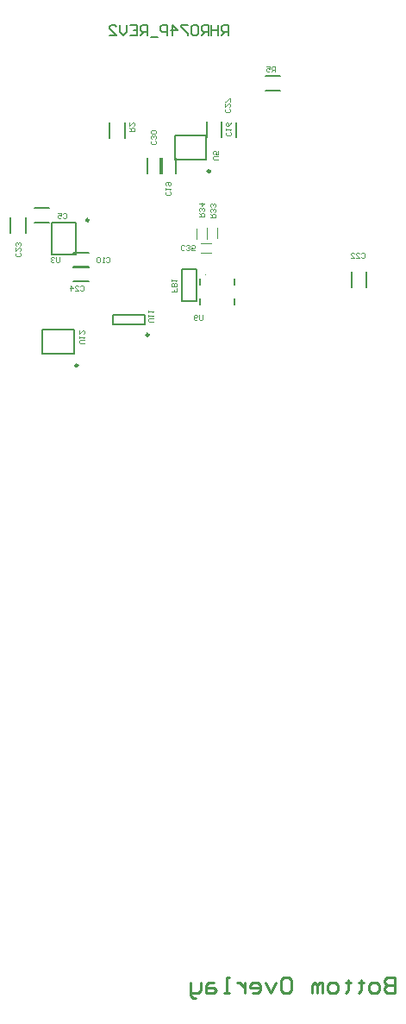
<source format=gbo>
G04*
G04 #@! TF.GenerationSoftware,Altium Limited,Altium Designer,19.0.10 (269)*
G04*
G04 Layer_Color=32896*
%FSLAX25Y25*%
%MOIN*%
G70*
G01*
G75*
%ADD10C,0.00984*%
%ADD11C,0.00787*%
%ADD13C,0.00394*%
%ADD14C,0.01000*%
%ADD15C,0.00300*%
%ADD73C,0.00500*%
D10*
X14303Y998D02*
G03*
X14303Y998I-492J0D01*
G01*
X-32654Y-17913D02*
G03*
X-32654Y-17913I-492J0D01*
G01*
X-9475Y-62194D02*
G03*
X-9475Y-62194I-492J0D01*
G01*
X-36884Y-74035D02*
G03*
X-36884Y-74035I-492J0D01*
G01*
D11*
X68946Y-43853D02*
Y-37947D01*
X74654Y-43853D02*
Y-37947D01*
X35547Y32098D02*
X41453D01*
X35547Y37807D02*
X41453D01*
X-24500Y13800D02*
Y19705D01*
X-18791Y13800D02*
Y19705D01*
X10391Y-42760D02*
Y-40398D01*
Y-50634D02*
Y-48272D01*
X23777Y-50634D02*
Y-48272D01*
Y-42760D02*
Y-40398D01*
X622Y5624D02*
Y14679D01*
X12827Y5624D02*
Y14679D01*
X622D02*
X12827D01*
X622Y5624D02*
X12827D01*
X-37772Y-31102D02*
Y-18898D01*
X-46828Y-31102D02*
Y-18898D01*
X-37772D01*
X-46828Y-31102D02*
X-37772D01*
X-23255Y-54419D02*
X-11050D01*
X-23255Y-58356D02*
X-11050D01*
X-23255D02*
Y-54419D01*
X-11050Y-58356D02*
Y-54419D01*
X-50565Y-69409D02*
X-38361D01*
X-50565Y-60354D02*
X-38361D01*
Y-69409D02*
Y-60354D01*
X-50565Y-69409D02*
Y-60354D01*
X-53754Y-18857D02*
X-47849D01*
X-53754Y-13149D02*
X-47849D01*
X-38554Y-30649D02*
X-32649D01*
X-38554Y-36358D02*
X-32649D01*
X18579Y14098D02*
Y20004D01*
X12870Y14098D02*
Y20004D01*
X879Y98D02*
Y6004D01*
X-4830Y98D02*
Y6004D01*
X-57147Y-22756D02*
Y-16850D01*
X-62856Y-22756D02*
Y-16850D01*
X-38554Y-35949D02*
X-32649D01*
X-38554Y-41658D02*
X-32649D01*
X24254Y14047D02*
Y19953D01*
X18546Y14047D02*
Y19953D01*
X-4321Y98D02*
Y6004D01*
X-10030Y98D02*
Y6004D01*
X21400Y53500D02*
Y57436D01*
X19432D01*
X18776Y56780D01*
Y55468D01*
X19432Y54812D01*
X21400D01*
X20088D02*
X18776Y53500D01*
X17464Y57436D02*
Y53500D01*
Y55468D01*
X14840D01*
Y57436D01*
Y53500D01*
X13529D02*
Y57436D01*
X11561D01*
X10905Y56780D01*
Y55468D01*
X11561Y54812D01*
X13529D01*
X12217D02*
X10905Y53500D01*
X9593Y56780D02*
X8937Y57436D01*
X7625D01*
X6969Y56780D01*
Y54156D01*
X7625Y53500D01*
X8937D01*
X9593Y54156D01*
Y56780D01*
X5657Y57436D02*
X3033D01*
Y56780D01*
X5657Y54156D01*
Y53500D01*
X-247D02*
Y57436D01*
X1721Y55468D01*
X-903D01*
X-2214Y53500D02*
Y57436D01*
X-4182D01*
X-4838Y56780D01*
Y55468D01*
X-4182Y54812D01*
X-2214D01*
X-6150Y52844D02*
X-8774D01*
X-10086Y53500D02*
Y57436D01*
X-12054D01*
X-12710Y56780D01*
Y55468D01*
X-12054Y54812D01*
X-10086D01*
X-11398D02*
X-12710Y53500D01*
X-16646Y57436D02*
X-14022D01*
Y53500D01*
X-16646D01*
X-14022Y55468D02*
X-15334D01*
X-17957Y57436D02*
Y54812D01*
X-19269Y53500D01*
X-20581Y54812D01*
Y57436D01*
X-24517Y53500D02*
X-21893D01*
X-24517Y56124D01*
Y56780D01*
X-23861Y57436D01*
X-22549D01*
X-21893Y56780D01*
D13*
X12360Y-39020D02*
G03*
X12360Y-39020I-197J0D01*
G01*
X17100Y-25000D02*
Y-21000D01*
X13100Y-25000D02*
Y-21000D01*
X10813Y-30684D02*
X14750D01*
X10813Y-26747D02*
X14750D01*
X12920Y-25100D02*
Y-21100D01*
X8920Y-25100D02*
Y-21100D01*
D14*
X85700Y-310602D02*
Y-316600D01*
X82701D01*
X81701Y-315600D01*
Y-314601D01*
X82701Y-313601D01*
X85700D01*
X82701D01*
X81701Y-312601D01*
Y-311602D01*
X82701Y-310602D01*
X85700D01*
X78702Y-316600D02*
X76703D01*
X75703Y-315600D01*
Y-313601D01*
X76703Y-312601D01*
X78702D01*
X79702Y-313601D01*
Y-315600D01*
X78702Y-316600D01*
X72704Y-311602D02*
Y-312601D01*
X73704D01*
X71705D01*
X72704D01*
Y-315600D01*
X71705Y-316600D01*
X67706Y-311602D02*
Y-312601D01*
X68705D01*
X66706D01*
X67706D01*
Y-315600D01*
X66706Y-316600D01*
X62707D02*
X60708D01*
X59708Y-315600D01*
Y-313601D01*
X60708Y-312601D01*
X62707D01*
X63707Y-313601D01*
Y-315600D01*
X62707Y-316600D01*
X57709D02*
Y-312601D01*
X56709D01*
X55710Y-313601D01*
Y-316600D01*
Y-313601D01*
X54710Y-312601D01*
X53710Y-313601D01*
Y-316600D01*
X42714Y-310602D02*
X44713D01*
X45713Y-311602D01*
Y-315600D01*
X44713Y-316600D01*
X42714D01*
X41714Y-315600D01*
Y-311602D01*
X42714Y-310602D01*
X39715Y-312601D02*
X37716Y-316600D01*
X35716Y-312601D01*
X30718Y-316600D02*
X32717D01*
X33717Y-315600D01*
Y-313601D01*
X32717Y-312601D01*
X30718D01*
X29718Y-313601D01*
Y-314601D01*
X33717D01*
X27719Y-312601D02*
Y-316600D01*
Y-314601D01*
X26719Y-313601D01*
X25719Y-312601D01*
X24720D01*
X21721Y-316600D02*
X19721D01*
X20721D01*
Y-310602D01*
X21721D01*
X15723Y-312601D02*
X13723D01*
X12724Y-313601D01*
Y-316600D01*
X15723D01*
X16722Y-315600D01*
X15723Y-314601D01*
X12724D01*
X10724Y-312601D02*
Y-315600D01*
X9725Y-316600D01*
X6725D01*
Y-317600D01*
X7725Y-318599D01*
X8725D01*
X6725Y-316600D02*
Y-312601D01*
D15*
X72713Y-30806D02*
X73046Y-30473D01*
X73713D01*
X74046Y-30806D01*
Y-32139D01*
X73713Y-32472D01*
X73046D01*
X72713Y-32139D01*
X70714Y-32472D02*
X72047D01*
X70714Y-31139D01*
Y-30806D01*
X71047Y-30473D01*
X71714D01*
X72047Y-30806D01*
X68715Y-32472D02*
X70047D01*
X68715Y-31139D01*
Y-30806D01*
X69048Y-30473D01*
X69714D01*
X70047Y-30806D01*
X14184Y-17000D02*
X16184D01*
Y-16000D01*
X15850Y-15667D01*
X15184D01*
X14851Y-16000D01*
Y-17000D01*
Y-16333D02*
X14184Y-15667D01*
X15850Y-15001D02*
X16184Y-14667D01*
Y-14001D01*
X15850Y-13668D01*
X15517D01*
X15184Y-14001D01*
Y-14334D01*
Y-14001D01*
X14851Y-13668D01*
X14517D01*
X14184Y-14001D01*
Y-14667D01*
X14517Y-15001D01*
X15850Y-13001D02*
X16184Y-12668D01*
Y-12002D01*
X15850Y-11668D01*
X15517D01*
X15184Y-12002D01*
Y-12335D01*
Y-12002D01*
X14851Y-11668D01*
X14517D01*
X14184Y-12002D01*
Y-12668D01*
X14517Y-13001D01*
X39400Y39600D02*
Y41599D01*
X38400D01*
X38067Y41266D01*
Y40600D01*
X38400Y40266D01*
X39400D01*
X38734D02*
X38067Y39600D01*
X36068Y41599D02*
X37401D01*
Y40600D01*
X36734Y40933D01*
X36401D01*
X36068Y40600D01*
Y39933D01*
X36401Y39600D01*
X37067D01*
X37401Y39933D01*
X17375Y5406D02*
X15709D01*
X15376Y5739D01*
Y6405D01*
X15709Y6738D01*
X17375D01*
Y8738D02*
Y7405D01*
X16376D01*
X16709Y8071D01*
Y8405D01*
X16376Y8738D01*
X15709D01*
X15376Y8405D01*
Y7738D01*
X15709Y7405D01*
X-6909Y12884D02*
X-6576Y12551D01*
Y11884D01*
X-6909Y11551D01*
X-8242D01*
X-8575Y11884D01*
Y12551D01*
X-8242Y12884D01*
X-6909Y13551D02*
X-6576Y13884D01*
Y14550D01*
X-6909Y14883D01*
X-7242D01*
X-7576Y14550D01*
Y14217D01*
Y14550D01*
X-7909Y14883D01*
X-8242D01*
X-8575Y14550D01*
Y13884D01*
X-8242Y13551D01*
X-6909Y15550D02*
X-6576Y15883D01*
Y16550D01*
X-6909Y16883D01*
X-8242D01*
X-8575Y16550D01*
Y15883D01*
X-8242Y15550D01*
X-6909D01*
X21816Y25283D02*
X22149Y24950D01*
Y24283D01*
X21816Y23950D01*
X20483D01*
X20150Y24283D01*
Y24950D01*
X20483Y25283D01*
X20150Y27282D02*
Y25949D01*
X21483Y27282D01*
X21816D01*
X22149Y26949D01*
Y26283D01*
X21816Y25949D01*
X22149Y27949D02*
Y29282D01*
X21816D01*
X20483Y27949D01*
X20150D01*
X-36133Y-43534D02*
X-35800Y-43201D01*
X-35133D01*
X-34800Y-43534D01*
Y-44867D01*
X-35133Y-45200D01*
X-35800D01*
X-36133Y-44867D01*
X-38132Y-45200D02*
X-36799D01*
X-38132Y-43867D01*
Y-43534D01*
X-37799Y-43201D01*
X-37133D01*
X-36799Y-43534D01*
X-39798Y-45200D02*
Y-43201D01*
X-38799Y-44200D01*
X-40132D01*
X-59334Y-30567D02*
X-59001Y-30900D01*
Y-31567D01*
X-59334Y-31900D01*
X-60667D01*
X-61000Y-31567D01*
Y-30900D01*
X-60667Y-30567D01*
X-61000Y-28568D02*
Y-29901D01*
X-59667Y-28568D01*
X-59334D01*
X-59001Y-28901D01*
Y-29567D01*
X-59334Y-29901D01*
Y-27901D02*
X-59001Y-27568D01*
Y-26902D01*
X-59334Y-26568D01*
X-59667D01*
X-60000Y-26902D01*
Y-27235D01*
Y-26902D01*
X-60334Y-26568D01*
X-60667D01*
X-61000Y-26902D01*
Y-27568D01*
X-60667Y-27901D01*
X-1209Y-6716D02*
X-876Y-7049D01*
Y-7716D01*
X-1209Y-8049D01*
X-2542D01*
X-2875Y-7716D01*
Y-7049D01*
X-2542Y-6716D01*
X-2875Y-6050D02*
Y-5383D01*
Y-5716D01*
X-876D01*
X-1209Y-6050D01*
X-2542Y-4383D02*
X-2875Y-4050D01*
Y-3384D01*
X-2542Y-3050D01*
X-1209D01*
X-876Y-3384D01*
Y-4050D01*
X-1209Y-4383D01*
X-1542D01*
X-1876Y-4050D01*
Y-3050D01*
X22134Y16084D02*
X22467Y15751D01*
Y15084D01*
X22134Y14751D01*
X20801D01*
X20468Y15084D01*
Y15751D01*
X20801Y16084D01*
X20468Y16750D02*
Y17417D01*
Y17084D01*
X22467D01*
X22134Y16750D01*
X22467Y19750D02*
X22134Y19083D01*
X21467Y18417D01*
X20801D01*
X20468Y18750D01*
Y19416D01*
X20801Y19750D01*
X21134D01*
X21467Y19416D01*
Y18417D01*
X-25833Y-32434D02*
X-25500Y-32101D01*
X-24833D01*
X-24500Y-32434D01*
Y-33767D01*
X-24833Y-34100D01*
X-25500D01*
X-25833Y-33767D01*
X-26499Y-34100D02*
X-27166D01*
X-26833D01*
Y-32101D01*
X-26499Y-32434D01*
X-28166D02*
X-28499Y-32101D01*
X-29165D01*
X-29498Y-32434D01*
Y-33767D01*
X-29165Y-34100D01*
X-28499D01*
X-28166Y-33767D01*
Y-32434D01*
X-42733Y-15434D02*
X-42400Y-15101D01*
X-41733D01*
X-41400Y-15434D01*
Y-16767D01*
X-41733Y-17100D01*
X-42400D01*
X-42733Y-16767D01*
X-44732Y-15101D02*
X-43399D01*
Y-16100D01*
X-44066Y-15767D01*
X-44399D01*
X-44732Y-16100D01*
Y-16767D01*
X-44399Y-17100D01*
X-43733D01*
X-43399Y-16767D01*
X-34201Y-65400D02*
X-35867D01*
X-36200Y-65067D01*
Y-64400D01*
X-35867Y-64067D01*
X-34201D01*
X-36200Y-63401D02*
Y-62734D01*
Y-63067D01*
X-34201D01*
X-34534Y-63401D01*
X-36200Y-60402D02*
Y-61734D01*
X-34867Y-60402D01*
X-34534D01*
X-34201Y-60735D01*
Y-61401D01*
X-34534Y-61734D01*
X-7601Y-57200D02*
X-9267D01*
X-9600Y-56867D01*
Y-56200D01*
X-9267Y-55867D01*
X-7601D01*
X-9600Y-55201D02*
Y-54534D01*
Y-54867D01*
X-7601D01*
X-7934Y-55201D01*
X-9600Y-53535D02*
Y-52868D01*
Y-53201D01*
X-7601D01*
X-7934Y-53535D01*
X11384Y-54443D02*
Y-56109D01*
X11051Y-56442D01*
X10385D01*
X10051Y-56109D01*
Y-54443D01*
X9385Y-56109D02*
X9052Y-56442D01*
X8385D01*
X8052Y-56109D01*
Y-54776D01*
X8385Y-54443D01*
X9052D01*
X9385Y-54776D01*
Y-55110D01*
X9052Y-55443D01*
X8052D01*
X-44100Y-32301D02*
Y-33967D01*
X-44433Y-34300D01*
X-45100D01*
X-45433Y-33967D01*
Y-32301D01*
X-46099Y-32634D02*
X-46433Y-32301D01*
X-47099D01*
X-47432Y-32634D01*
Y-32967D01*
X-47099Y-33300D01*
X-46766D01*
X-47099D01*
X-47432Y-33634D01*
Y-33967D01*
X-47099Y-34300D01*
X-46433D01*
X-46099Y-33967D01*
X9887Y-16500D02*
X11887D01*
Y-15501D01*
X11553Y-15168D01*
X10887D01*
X10554Y-15501D01*
Y-16500D01*
Y-15834D02*
X9887Y-15168D01*
X11553Y-14501D02*
X11887Y-14168D01*
Y-13501D01*
X11553Y-13168D01*
X11220D01*
X10887Y-13501D01*
Y-13835D01*
Y-13501D01*
X10554Y-13168D01*
X10221D01*
X9887Y-13501D01*
Y-14168D01*
X10221Y-14501D01*
X9887Y-11502D02*
X11887D01*
X10887Y-12502D01*
Y-11169D01*
X-16900Y16600D02*
X-14901D01*
Y17600D01*
X-15234Y17933D01*
X-15900D01*
X-16233Y17600D01*
Y16600D01*
Y17266D02*
X-16900Y17933D01*
Y19932D02*
Y18599D01*
X-15567Y19932D01*
X-15234D01*
X-14901Y19599D01*
Y18933D01*
X-15234Y18599D01*
X1274Y-44210D02*
Y-45542D01*
X274D01*
Y-44876D01*
Y-45542D01*
X-725D01*
X1274Y-43543D02*
X-725D01*
Y-42543D01*
X-392Y-42210D01*
X-59D01*
X274Y-42543D01*
Y-43543D01*
Y-42543D01*
X608Y-42210D01*
X941D01*
X1274Y-42543D01*
Y-43543D01*
X-725Y-41544D02*
Y-40877D01*
Y-41210D01*
X1274D01*
X941Y-41544D01*
X4320Y-29249D02*
X3987Y-29582D01*
X3321D01*
X2987Y-29249D01*
Y-27916D01*
X3321Y-27583D01*
X3987D01*
X4320Y-27916D01*
X4987Y-29249D02*
X5320Y-29582D01*
X5986D01*
X6320Y-29249D01*
Y-28916D01*
X5986Y-28582D01*
X5653D01*
X5986D01*
X6320Y-28249D01*
Y-27916D01*
X5986Y-27583D01*
X5320D01*
X4987Y-27916D01*
X8319Y-29582D02*
X6986D01*
Y-28582D01*
X7653Y-28916D01*
X7986D01*
X8319Y-28582D01*
Y-27916D01*
X7986Y-27583D01*
X7319D01*
X6986Y-27916D01*
D73*
X3232Y-36960D02*
X9137D01*
X3232Y-49165D02*
X9137D01*
X3232D02*
Y-36960D01*
X9137Y-49165D02*
Y-36960D01*
M02*

</source>
